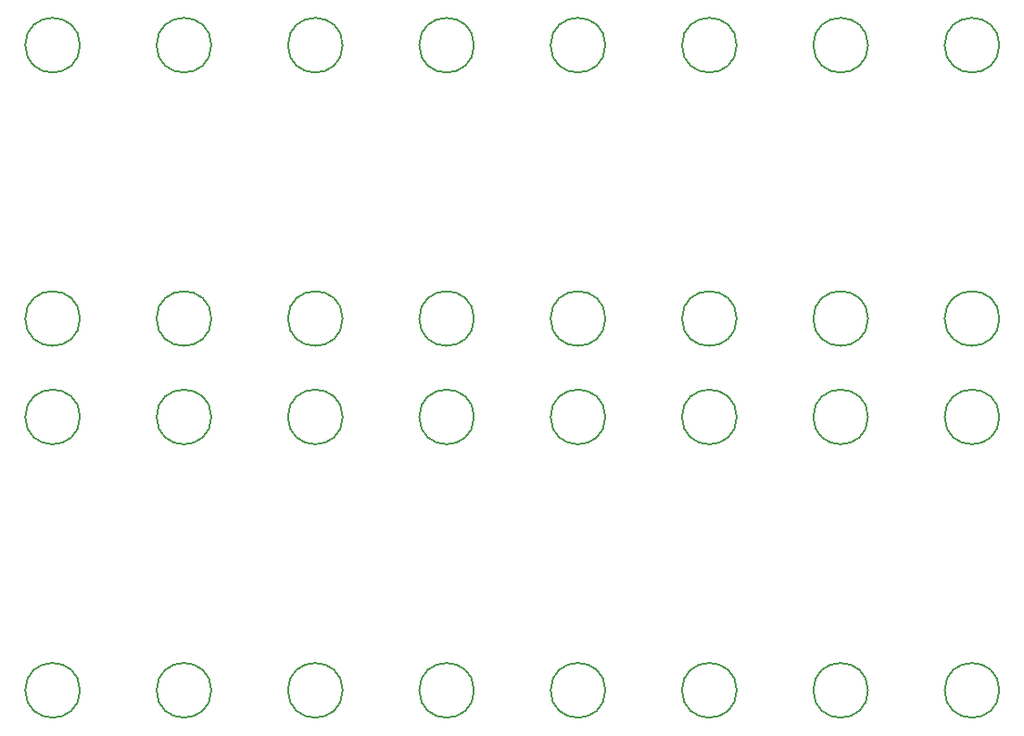
<source format=gbr>
%TF.GenerationSoftware,KiCad,Pcbnew,8.0.2*%
%TF.CreationDate,2024-06-26T18:14:25+07:00*%
%TF.ProjectId,capacitor_100nF_100V_Panel,63617061-6369-4746-9f72-5f3130306e46,rev?*%
%TF.SameCoordinates,Original*%
%TF.FileFunction,Other,Comment*%
%FSLAX46Y46*%
G04 Gerber Fmt 4.6, Leading zero omitted, Abs format (unit mm)*
G04 Created by KiCad (PCBNEW 8.0.2) date 2024-06-26 18:14:25*
%MOMM*%
%LPD*%
G01*
G04 APERTURE LIST*
%ADD10C,0.150000*%
G04 APERTURE END LIST*
D10*
%TO.C,J2*%
X67500000Y-36500500D02*
G75*
G02*
X62500000Y-36500500I-2500000J0D01*
G01*
X62500000Y-36500500D02*
G75*
G02*
X67500000Y-36500500I2500000J0D01*
G01*
%TO.C,J1*%
X19500000Y-45500500D02*
G75*
G02*
X14500000Y-45500500I-2500000J0D01*
G01*
X14500000Y-45500500D02*
G75*
G02*
X19500000Y-45500500I2500000J0D01*
G01*
%TO.C,J2*%
X55500000Y-70500500D02*
G75*
G02*
X50500000Y-70500500I-2500000J0D01*
G01*
X50500000Y-70500500D02*
G75*
G02*
X55500000Y-70500500I2500000J0D01*
G01*
%TO.C,J1*%
X43500000Y-45500500D02*
G75*
G02*
X38500000Y-45500500I-2500000J0D01*
G01*
X38500000Y-45500500D02*
G75*
G02*
X43500000Y-45500500I2500000J0D01*
G01*
%TO.C,J2*%
X43500000Y-70500500D02*
G75*
G02*
X38500000Y-70500500I-2500000J0D01*
G01*
X38500000Y-70500500D02*
G75*
G02*
X43500000Y-70500500I2500000J0D01*
G01*
X7500000Y-70500500D02*
G75*
G02*
X2500000Y-70500500I-2500000J0D01*
G01*
X2500000Y-70500500D02*
G75*
G02*
X7500000Y-70500500I2500000J0D01*
G01*
X7500000Y-36500500D02*
G75*
G02*
X2500000Y-36500500I-2500000J0D01*
G01*
X2500000Y-36500500D02*
G75*
G02*
X7500000Y-36500500I2500000J0D01*
G01*
X31500000Y-70500500D02*
G75*
G02*
X26500000Y-70500500I-2500000J0D01*
G01*
X26500000Y-70500500D02*
G75*
G02*
X31500000Y-70500500I2500000J0D01*
G01*
%TO.C,J1*%
X67500000Y-45500500D02*
G75*
G02*
X62500000Y-45500500I-2500000J0D01*
G01*
X62500000Y-45500500D02*
G75*
G02*
X67500000Y-45500500I2500000J0D01*
G01*
X55500000Y-11500500D02*
G75*
G02*
X50500000Y-11500500I-2500000J0D01*
G01*
X50500000Y-11500500D02*
G75*
G02*
X55500000Y-11500500I2500000J0D01*
G01*
%TO.C,J2*%
X79500000Y-36500500D02*
G75*
G02*
X74500000Y-36500500I-2500000J0D01*
G01*
X74500000Y-36500500D02*
G75*
G02*
X79500000Y-36500500I2500000J0D01*
G01*
X67500000Y-70500500D02*
G75*
G02*
X62500000Y-70500500I-2500000J0D01*
G01*
X62500000Y-70500500D02*
G75*
G02*
X67500000Y-70500500I2500000J0D01*
G01*
X91500000Y-70500500D02*
G75*
G02*
X86500000Y-70500500I-2500000J0D01*
G01*
X86500000Y-70500500D02*
G75*
G02*
X91500000Y-70500500I2500000J0D01*
G01*
%TO.C,J1*%
X79500000Y-11500500D02*
G75*
G02*
X74500000Y-11500500I-2500000J0D01*
G01*
X74500000Y-11500500D02*
G75*
G02*
X79500000Y-11500500I2500000J0D01*
G01*
%TO.C,J2*%
X19500000Y-70500500D02*
G75*
G02*
X14500000Y-70500500I-2500000J0D01*
G01*
X14500000Y-70500500D02*
G75*
G02*
X19500000Y-70500500I2500000J0D01*
G01*
%TO.C,J1*%
X7500000Y-11500500D02*
G75*
G02*
X2500000Y-11500500I-2500000J0D01*
G01*
X2500000Y-11500500D02*
G75*
G02*
X7500000Y-11500500I2500000J0D01*
G01*
X43500000Y-11500500D02*
G75*
G02*
X38500000Y-11500500I-2500000J0D01*
G01*
X38500000Y-11500500D02*
G75*
G02*
X43500000Y-11500500I2500000J0D01*
G01*
X31500000Y-45500500D02*
G75*
G02*
X26500000Y-45500500I-2500000J0D01*
G01*
X26500000Y-45500500D02*
G75*
G02*
X31500000Y-45500500I2500000J0D01*
G01*
X79500000Y-45500500D02*
G75*
G02*
X74500000Y-45500500I-2500000J0D01*
G01*
X74500000Y-45500500D02*
G75*
G02*
X79500000Y-45500500I2500000J0D01*
G01*
X31500000Y-11500500D02*
G75*
G02*
X26500000Y-11500500I-2500000J0D01*
G01*
X26500000Y-11500500D02*
G75*
G02*
X31500000Y-11500500I2500000J0D01*
G01*
%TO.C,J2*%
X79500000Y-70500500D02*
G75*
G02*
X74500000Y-70500500I-2500000J0D01*
G01*
X74500000Y-70500500D02*
G75*
G02*
X79500000Y-70500500I2500000J0D01*
G01*
%TO.C,J1*%
X67500000Y-11500500D02*
G75*
G02*
X62500000Y-11500500I-2500000J0D01*
G01*
X62500000Y-11500500D02*
G75*
G02*
X67500000Y-11500500I2500000J0D01*
G01*
%TO.C,J2*%
X43500000Y-36500500D02*
G75*
G02*
X38500000Y-36500500I-2500000J0D01*
G01*
X38500000Y-36500500D02*
G75*
G02*
X43500000Y-36500500I2500000J0D01*
G01*
X31500000Y-36500500D02*
G75*
G02*
X26500000Y-36500500I-2500000J0D01*
G01*
X26500000Y-36500500D02*
G75*
G02*
X31500000Y-36500500I2500000J0D01*
G01*
%TO.C,J1*%
X19500000Y-11500500D02*
G75*
G02*
X14500000Y-11500500I-2500000J0D01*
G01*
X14500000Y-11500500D02*
G75*
G02*
X19500000Y-11500500I2500000J0D01*
G01*
%TO.C,J2*%
X55500000Y-36500500D02*
G75*
G02*
X50500000Y-36500500I-2500000J0D01*
G01*
X50500000Y-36500500D02*
G75*
G02*
X55500000Y-36500500I2500000J0D01*
G01*
%TO.C,J1*%
X55500000Y-45500500D02*
G75*
G02*
X50500000Y-45500500I-2500000J0D01*
G01*
X50500000Y-45500500D02*
G75*
G02*
X55500000Y-45500500I2500000J0D01*
G01*
X91500000Y-11500500D02*
G75*
G02*
X86500000Y-11500500I-2500000J0D01*
G01*
X86500000Y-11500500D02*
G75*
G02*
X91500000Y-11500500I2500000J0D01*
G01*
%TO.C,J2*%
X19500000Y-36500500D02*
G75*
G02*
X14500000Y-36500500I-2500000J0D01*
G01*
X14500000Y-36500500D02*
G75*
G02*
X19500000Y-36500500I2500000J0D01*
G01*
X91500000Y-36500500D02*
G75*
G02*
X86500000Y-36500500I-2500000J0D01*
G01*
X86500000Y-36500500D02*
G75*
G02*
X91500000Y-36500500I2500000J0D01*
G01*
%TO.C,J1*%
X7500000Y-45500500D02*
G75*
G02*
X2500000Y-45500500I-2500000J0D01*
G01*
X2500000Y-45500500D02*
G75*
G02*
X7500000Y-45500500I2500000J0D01*
G01*
X91500000Y-45500500D02*
G75*
G02*
X86500000Y-45500500I-2500000J0D01*
G01*
X86500000Y-45500500D02*
G75*
G02*
X91500000Y-45500500I2500000J0D01*
G01*
%TD*%
M02*

</source>
